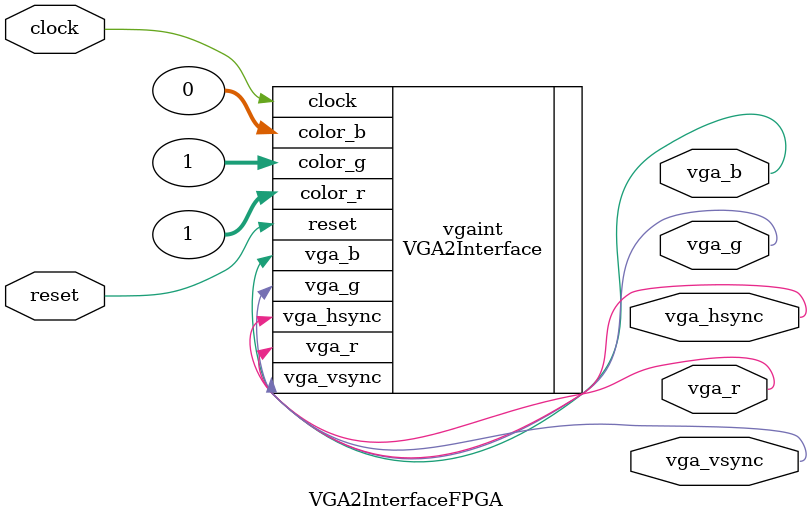
<source format=v>
module VGA2InterfaceFPGA(clock,reset,vga_hsync,vga_vsync,vga_r,vga_g,vga_b);
   input wire  clock;
   input wire  reset;

   output wire vga_hsync;
   output wire vga_vsync;
   output wire vga_r;
   output wire vga_g;
   output wire vga_b;

   VGA2Interface #(.HAddrSize(11),
                   .HVisibleArea(800),
                   .HFrontPorch(56),
                   .HSyncPulse(120),
                   .HBackPorch(64),
                   .VAddrSize(11),
                   .VVisibleArea(600),
                   .VFrontPorch(37),
                   .VSyncPulse(6),
                   .VBackPorch(23))
   vgaint (.clock(clock),
           .reset(reset),

           .color_r(1),
           .color_g(1),
           .color_b(0),

           .vga_hsync(vga_hsync),
           .vga_vsync(vga_vsync),
           .vga_r(vga_r),
           .vga_g(vga_g),
           .vga_b(vga_b));
endmodule // VGA2InterfaceFPGA

</source>
